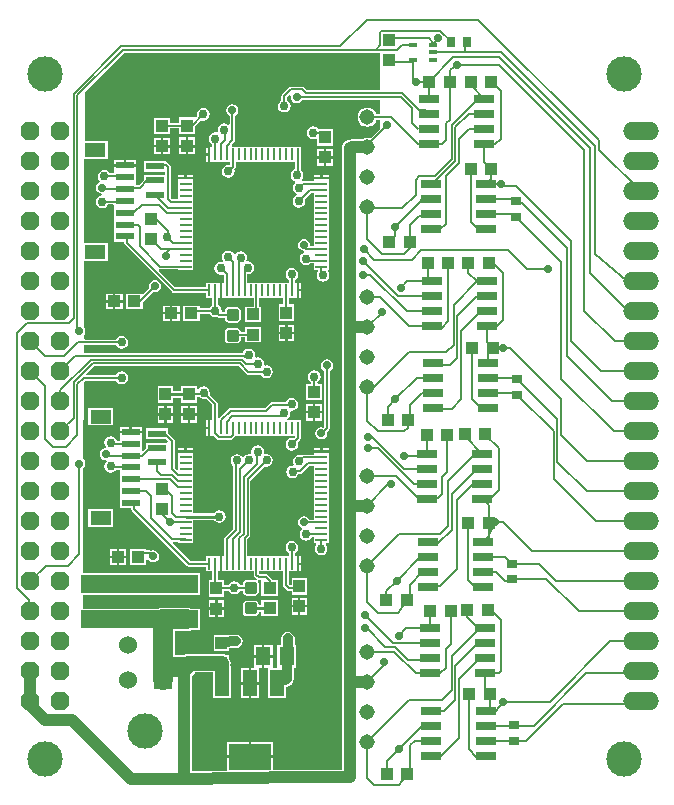
<source format=gtl>
G04*
G04 #@! TF.GenerationSoftware,Altium Limited,Altium Designer,23.7.1 (13)*
G04*
G04 Layer_Physical_Order=1*
G04 Layer_Color=255*
%FSLAX25Y25*%
%MOIN*%
G70*
G04*
G04 #@! TF.SameCoordinates,D29FC0A6-615C-4A1E-A78D-E47FA92DE2CD*
G04*
G04*
G04 #@! TF.FilePolarity,Positive*
G04*
G01*
G75*
%ADD12R,0.02756X0.03543*%
%ADD13R,0.07087X0.04724*%
%ADD14R,0.06102X0.02362*%
%ADD15R,0.07874X0.05906*%
%ADD16R,0.03937X0.04331*%
%ADD17R,0.02756X0.01575*%
%ADD18R,0.04134X0.04252*%
%ADD19R,0.07008X0.02835*%
%ADD20R,0.05118X0.06299*%
%ADD21R,0.14173X0.08661*%
%ADD22R,0.04799X0.08799*%
%ADD23R,0.03543X0.02756*%
%ADD24R,0.06299X0.02362*%
%ADD25R,0.04331X0.03937*%
G04:AMPARAMS|DCode=26|XSize=39.37mil|YSize=39.37mil|CornerRadius=5.91mil|HoleSize=0mil|Usage=FLASHONLY|Rotation=0.000|XOffset=0mil|YOffset=0mil|HoleType=Round|Shape=RoundedRectangle|*
%AMROUNDEDRECTD26*
21,1,0.03937,0.02756,0,0,0.0*
21,1,0.02756,0.03937,0,0,0.0*
1,1,0.01181,0.01378,-0.01378*
1,1,0.01181,-0.01378,-0.01378*
1,1,0.01181,-0.01378,0.01378*
1,1,0.01181,0.01378,0.01378*
%
%ADD26ROUNDEDRECTD26*%
%ADD27R,0.04331X0.03937*%
%ADD28R,0.00866X0.03937*%
%ADD29R,0.03937X0.00866*%
%ADD56C,0.00600*%
%ADD57C,0.00630*%
%ADD58C,0.04000*%
%ADD59C,0.05000*%
%ADD60C,0.06600*%
%ADD61C,0.01600*%
%ADD62C,0.00984*%
%ADD63C,0.03200*%
%ADD64C,0.11811*%
G04:AMPARAMS|DCode=65|XSize=60mil|YSize=60mil|CornerRadius=0mil|HoleSize=0mil|Usage=FLASHONLY|Rotation=90.000|XOffset=0mil|YOffset=0mil|HoleType=Round|Shape=Octagon|*
%AMOCTAGOND65*
4,1,8,0.01500,0.03000,-0.01500,0.03000,-0.03000,0.01500,-0.03000,-0.01500,-0.01500,-0.03000,0.01500,-0.03000,0.03000,-0.01500,0.03000,0.01500,0.01500,0.03000,0.0*
%
%ADD65OCTAGOND65*%

%ADD66O,0.12000X0.06000*%
%ADD67C,0.05150*%
%ADD68C,0.06024*%
%ADD69R,0.06024X0.06024*%
%ADD70C,0.02781*%
%ADD71C,0.02978*%
G36*
X125492Y236524D02*
X101173D01*
X100188Y237510D01*
X99885Y237712D01*
X99528Y237783D01*
X95748D01*
X95391Y237712D01*
X95088Y237510D01*
X92844Y235266D01*
X92642Y234963D01*
X92571Y234606D01*
Y233188D01*
X91998Y232805D01*
X91536Y232114D01*
X91374Y231299D01*
X91536Y230484D01*
X91998Y229793D01*
X92689Y229331D01*
X93504Y229169D01*
X94319Y229331D01*
X95010Y229793D01*
X95472Y230484D01*
X95634Y231299D01*
X95472Y232114D01*
X95010Y232805D01*
X94437Y233188D01*
Y234220D01*
X95235Y235018D01*
X95696Y234772D01*
X95609Y234331D01*
X95763Y233554D01*
X96203Y232896D01*
X96861Y232456D01*
X97638Y232301D01*
X98415Y232456D01*
X99073Y232896D01*
X99409Y233398D01*
X125492D01*
Y228531D01*
X124231D01*
X123954Y229199D01*
X123445Y229862D01*
X122782Y230371D01*
X122010Y230691D01*
X121181Y230800D01*
X120352Y230691D01*
X119580Y230371D01*
X118917Y229862D01*
X118408Y229199D01*
X118088Y228427D01*
X117979Y227598D01*
X118088Y226769D01*
X118408Y225997D01*
X118917Y225334D01*
X119580Y224825D01*
X120352Y224505D01*
X121181Y224396D01*
X122010Y224505D01*
X122782Y224825D01*
X123445Y225334D01*
X123954Y225997D01*
X124231Y226665D01*
X125492D01*
Y223819D01*
X122260Y220588D01*
X122010Y220691D01*
X121181Y220800D01*
X120352Y220691D01*
X119580Y220371D01*
X119383Y220220D01*
X116181D01*
X115502Y220131D01*
X114951Y219903D01*
X114597Y219856D01*
X113965Y219594D01*
X113422Y219177D01*
X113005Y218634D01*
X112743Y218002D01*
X112654Y217323D01*
Y216693D01*
X112654Y216693D01*
X112654Y216693D01*
Y158740D01*
X112654Y158740D01*
X112654Y158740D01*
Y98268D01*
X112654Y98268D01*
X112654Y98268D01*
Y40315D01*
X112654Y40315D01*
X112654Y40315D01*
Y10142D01*
X97795D01*
X97773Y10140D01*
X97751Y10142D01*
X90051Y10013D01*
X89694Y10364D01*
Y14053D01*
X82008D01*
X74322D01*
Y9749D01*
X63176Y9563D01*
X62819Y9913D01*
Y41387D01*
X62979Y41510D01*
X63604Y42324D01*
X63694Y42542D01*
X69911D01*
Y33856D01*
X75910D01*
Y43854D01*
X75910D01*
X75605Y44163D01*
X75606Y44255D01*
X75536Y44850D01*
X75540Y44860D01*
X75647Y45669D01*
X75540Y46478D01*
X75228Y47232D01*
X75089Y47414D01*
Y48436D01*
X73942D01*
X73329Y48689D01*
X72520Y48796D01*
X61575D01*
X61575Y48796D01*
X61170Y48742D01*
X60766Y48689D01*
X60012Y48377D01*
X59813Y48225D01*
X57044D01*
Y51811D01*
X56978Y52308D01*
X56966Y52408D01*
Y56263D01*
X60906D01*
X61924Y56397D01*
X62517Y56643D01*
X65443D01*
Y63749D01*
X62522D01*
X61924Y63997D01*
X60906Y64131D01*
X53032D01*
X52014Y63997D01*
X51416Y63749D01*
X26673D01*
X26320Y64103D01*
X26337Y68455D01*
X65443D01*
Y75561D01*
X26720D01*
X26367Y75915D01*
X26506Y110606D01*
X26632Y110691D01*
X27072Y111349D01*
X27226Y112126D01*
X27072Y112903D01*
X26632Y113561D01*
X26518Y113637D01*
X26620Y139317D01*
X27118Y139815D01*
X37481D01*
X37864Y139242D01*
X38555Y138780D01*
X39370Y138618D01*
X40185Y138780D01*
X40876Y139242D01*
X41338Y139933D01*
X41500Y140748D01*
X41338Y141563D01*
X40876Y142254D01*
X40185Y142716D01*
X39370Y142878D01*
X38555Y142716D01*
X37864Y142254D01*
X37481Y141681D01*
X27748D01*
X27556Y142143D01*
X29992Y144579D01*
X78354D01*
X80875Y142057D01*
X81178Y141855D01*
X81535Y141784D01*
X85709D01*
X86092Y141211D01*
X86783Y140749D01*
X87598Y140587D01*
X88413Y140749D01*
X89104Y141211D01*
X89566Y141902D01*
X89728Y142717D01*
X89566Y143532D01*
X89104Y144223D01*
X88413Y144685D01*
X87598Y144847D01*
X87160Y144760D01*
X86734Y145185D01*
X86776Y145394D01*
X86614Y146209D01*
X86152Y146900D01*
X85461Y147362D01*
X84646Y147524D01*
X84145Y147424D01*
X83723Y147845D01*
X83823Y148346D01*
X83661Y149161D01*
X83199Y149852D01*
X82508Y150314D01*
X81693Y150476D01*
X80878Y150314D01*
X80187Y149852D01*
X79725Y149161D01*
X79370Y148965D01*
X27013D01*
X26660Y149319D01*
X26670Y151626D01*
X37481D01*
X37864Y151053D01*
X38555Y150591D01*
X39370Y150429D01*
X40185Y150591D01*
X40876Y151053D01*
X41338Y151744D01*
X41500Y152559D01*
X41338Y153374D01*
X40876Y154065D01*
X40185Y154527D01*
X39370Y154689D01*
X38555Y154527D01*
X37864Y154065D01*
X37481Y153492D01*
X27031D01*
X26678Y153846D01*
X26683Y154860D01*
X27072Y155443D01*
X27226Y156220D01*
X27072Y156997D01*
X26693Y157563D01*
X26782Y179794D01*
X34617D01*
Y185718D01*
X27160D01*
X26807Y186072D01*
X26918Y213652D01*
X34617D01*
Y219576D01*
X27296D01*
X26943Y219930D01*
X27007Y236082D01*
X40071Y249146D01*
X125492D01*
Y236524D01*
D02*
G37*
%LPC*%
G36*
X66535Y230673D02*
X65720Y230511D01*
X65029Y230049D01*
X64567Y229358D01*
X64405Y228543D01*
X64539Y227867D01*
X64057Y227385D01*
X63710Y227529D01*
Y227529D01*
X58574D01*
Y225697D01*
X55286D01*
Y227489D01*
X50148D01*
Y221958D01*
X55286D01*
Y223831D01*
X58574D01*
Y221997D01*
X63710D01*
Y224399D01*
X65859Y226548D01*
X66535Y226413D01*
X67350Y226575D01*
X68041Y227037D01*
X68503Y227728D01*
X68665Y228543D01*
X68503Y229358D01*
X68041Y230049D01*
X67350Y230511D01*
X66535Y230673D01*
D02*
G37*
G36*
X76220Y231950D02*
X75443Y231796D01*
X74785Y231356D01*
X74345Y230698D01*
X74190Y229921D01*
X74345Y229144D01*
X74785Y228486D01*
X75287Y228150D01*
Y225230D01*
X74787Y225027D01*
X74240Y225393D01*
X73425Y225555D01*
X72610Y225393D01*
X71919Y224931D01*
X71457Y224240D01*
X71295Y223425D01*
X71395Y222923D01*
X70974Y222502D01*
X70472Y222602D01*
X69657Y222440D01*
X68966Y221978D01*
X68504Y221287D01*
X68342Y220472D01*
X68504Y219657D01*
X68966Y218966D01*
X69539Y218583D01*
Y217765D01*
X68904D01*
Y215197D01*
Y212629D01*
X75445D01*
Y211971D01*
X75059Y211654D01*
X74843Y211697D01*
X74028Y211535D01*
X73337Y211073D01*
X72875Y210382D01*
X72713Y209567D01*
X72875Y208752D01*
X73337Y208061D01*
X74028Y207599D01*
X74843Y207437D01*
X75658Y207599D01*
X76349Y208061D01*
X76811Y208752D01*
X76973Y209567D01*
X76838Y210243D01*
X77038Y210442D01*
X77240Y210745D01*
X77311Y211102D01*
Y212629D01*
X97099D01*
Y210306D01*
X96941Y210275D01*
X96250Y209813D01*
X95788Y209122D01*
X95626Y208307D01*
X95788Y207492D01*
X96250Y206801D01*
X96941Y206339D01*
X97144Y206299D01*
X97249Y205768D01*
X96998Y205600D01*
X96536Y204909D01*
X96374Y204094D01*
X96536Y203279D01*
X96998Y202588D01*
X97689Y202126D01*
X97737Y202117D01*
Y201607D01*
X97571Y201574D01*
X96880Y201112D01*
X96418Y200421D01*
X96256Y199606D01*
X96418Y198791D01*
X96880Y198100D01*
X97571Y197638D01*
X98386Y197476D01*
X99201Y197638D01*
X99892Y198100D01*
X100354Y198791D01*
X100516Y199606D01*
X100381Y200282D01*
X102551Y202453D01*
X103338D01*
Y200384D01*
Y196447D01*
Y192510D01*
Y188573D01*
Y184634D01*
X102461D01*
X102144Y185020D01*
X102147Y185039D01*
X101993Y185816D01*
X101553Y186474D01*
X100895Y186914D01*
X100118Y187068D01*
X99341Y186914D01*
X98683Y186474D01*
X98243Y185816D01*
X98089Y185039D01*
X98243Y184262D01*
X98683Y183604D01*
X99341Y183164D01*
X100031Y183027D01*
X100188Y182922D01*
X100139Y182413D01*
X100135Y182402D01*
X99933Y182362D01*
X99242Y181900D01*
X98780Y181209D01*
X98618Y180394D01*
X98780Y179579D01*
X99242Y178888D01*
X99933Y178426D01*
X100748Y178264D01*
X101563Y178426D01*
X102169Y178831D01*
X103338D01*
Y176762D01*
X104631D01*
X104753Y176582D01*
X104853Y176262D01*
X104449Y175658D01*
X104287Y174843D01*
X104449Y174028D01*
X104911Y173337D01*
X105602Y172875D01*
X106417Y172713D01*
X107232Y172875D01*
X107923Y173337D01*
X108385Y174028D01*
X108547Y174843D01*
X108385Y175658D01*
X107981Y176262D01*
X108137Y176762D01*
X108475D01*
Y180699D01*
Y184636D01*
Y188573D01*
Y192510D01*
Y196447D01*
Y200384D01*
Y204321D01*
Y206923D01*
X105906D01*
X103338D01*
Y206287D01*
X99764D01*
X99596Y206254D01*
X99448Y206324D01*
X99396Y206458D01*
X99346Y206926D01*
X99724Y207492D01*
X99886Y208307D01*
X99724Y209122D01*
X99262Y209813D01*
X98965Y210012D01*
Y212629D01*
X99065D01*
Y217765D01*
X76115D01*
X75924Y218227D01*
X76880Y219183D01*
X77082Y219486D01*
X77153Y219843D01*
Y228150D01*
X77655Y228486D01*
X78095Y229144D01*
X78250Y229921D01*
X78095Y230698D01*
X77655Y231356D01*
X76997Y231796D01*
X76220Y231950D01*
D02*
G37*
G36*
X63710Y220836D02*
X61542D01*
Y218471D01*
X63710D01*
Y220836D01*
D02*
G37*
G36*
X60742D02*
X58574D01*
Y218471D01*
X60742D01*
Y220836D01*
D02*
G37*
G36*
X55286Y220797D02*
X53117D01*
Y218432D01*
X55286D01*
Y220797D01*
D02*
G37*
G36*
X52317D02*
X50148D01*
Y218432D01*
X52317D01*
Y220797D01*
D02*
G37*
G36*
X103189Y224571D02*
X102374Y224409D01*
X101683Y223947D01*
X101221Y223256D01*
X101059Y222441D01*
X101221Y221626D01*
X101683Y220935D01*
X102374Y220473D01*
X103189Y220311D01*
X104004Y220473D01*
X104116Y220548D01*
X104558Y220313D01*
Y218140D01*
X109695D01*
Y223671D01*
X104880D01*
X104695Y223947D01*
X104004Y224409D01*
X103189Y224571D01*
D02*
G37*
G36*
X68104Y217765D02*
X67471D01*
Y215597D01*
X68104D01*
Y217765D01*
D02*
G37*
G36*
X63710Y217671D02*
X61542D01*
Y215305D01*
X63710D01*
Y217671D01*
D02*
G37*
G36*
X60742D02*
X58574D01*
Y215305D01*
X60742D01*
Y217671D01*
D02*
G37*
G36*
X55286Y217632D02*
X53117D01*
Y215266D01*
X55286D01*
Y217632D01*
D02*
G37*
G36*
X52317D02*
X50148D01*
Y215266D01*
X52317D01*
Y217632D01*
D02*
G37*
G36*
X109695Y216979D02*
X107526D01*
Y214613D01*
X109695D01*
Y216979D01*
D02*
G37*
G36*
X106726D02*
X104558D01*
Y214613D01*
X106726D01*
Y216979D01*
D02*
G37*
G36*
X68104Y214797D02*
X67471D01*
Y212629D01*
X68104D01*
Y214797D01*
D02*
G37*
G36*
X44065Y213277D02*
X40814D01*
Y211896D01*
X44065D01*
Y213277D01*
D02*
G37*
G36*
X40014D02*
X36763D01*
Y211896D01*
X40014D01*
Y213277D01*
D02*
G37*
G36*
X109695Y213813D02*
X107526D01*
Y211448D01*
X109695D01*
Y213813D01*
D02*
G37*
G36*
X106726D02*
X104558D01*
Y211448D01*
X106726D01*
Y213813D01*
D02*
G37*
G36*
X108475Y208356D02*
X106306D01*
Y207723D01*
X108475D01*
Y208356D01*
D02*
G37*
G36*
X63199D02*
X61030D01*
Y207723D01*
X63199D01*
Y208356D01*
D02*
G37*
G36*
X60230D02*
X58061D01*
Y207723D01*
X60230D01*
Y208356D01*
D02*
G37*
G36*
X105506D02*
X103338D01*
Y207723D01*
X105506D01*
Y208356D01*
D02*
G37*
G36*
X54182Y213001D02*
X46683D01*
Y209439D01*
X53870D01*
Y208277D01*
X46683D01*
Y206743D01*
X44968Y205027D01*
X44364D01*
X44065Y205403D01*
Y205778D01*
X44065D01*
Y209215D01*
X44065Y209340D01*
Y209715D01*
X44065Y209840D01*
Y211096D01*
X40414D01*
X36763D01*
Y209840D01*
X36763Y209715D01*
Y209340D01*
X36399Y208886D01*
X35354D01*
X34971Y209459D01*
X34280Y209921D01*
X33465Y210083D01*
X32650Y209921D01*
X31959Y209459D01*
X31497Y208768D01*
X31335Y207953D01*
X31497Y207138D01*
X31959Y206447D01*
X31972Y206438D01*
X31877Y205901D01*
X31321Y205529D01*
X30881Y204871D01*
X30727Y204094D01*
X30881Y203317D01*
X31321Y202659D01*
X31979Y202219D01*
X32756Y202064D01*
X32832Y201578D01*
X32020Y201417D01*
X31329Y200955D01*
X30867Y200264D01*
X30705Y199449D01*
X30867Y198634D01*
X31329Y197943D01*
X32020Y197481D01*
X32835Y197319D01*
X33650Y197481D01*
X34341Y197943D01*
X34724Y198516D01*
X36409D01*
X36753Y198172D01*
X36763Y198016D01*
X36763Y197904D01*
Y197529D01*
X36763Y197404D01*
Y193967D01*
X36763D01*
Y193592D01*
X36763D01*
Y190155D01*
X36763Y190030D01*
Y189655D01*
X36763Y189530D01*
Y186093D01*
X40012D01*
Y185827D01*
X40083Y185470D01*
X40285Y185167D01*
X56190Y169261D01*
X56493Y169059D01*
X56850Y168988D01*
X67471D01*
Y167352D01*
X69539D01*
Y164921D01*
X68966Y164538D01*
X68583Y163965D01*
X65285D01*
Y164813D01*
X59754D01*
Y159676D01*
X65285D01*
Y162099D01*
X68583D01*
X68966Y161526D01*
X69657Y161064D01*
X70472Y160902D01*
X71156Y161038D01*
X71274Y160960D01*
X71426Y160858D01*
X71426Y160858D01*
X71426Y160858D01*
X71597Y160824D01*
X71783Y160787D01*
X71783Y160787D01*
X71783Y160787D01*
X73747D01*
Y160343D01*
X73840Y159879D01*
X74103Y159485D01*
X74497Y159222D01*
X74961Y159129D01*
X77717D01*
X78181Y159222D01*
X78575Y159485D01*
X78838Y159879D01*
X78931Y160343D01*
Y163099D01*
X78838Y163564D01*
X78575Y163957D01*
X78181Y164220D01*
X77717Y164313D01*
X74961D01*
X74497Y164220D01*
X74103Y163957D01*
X73840Y163564D01*
X73747Y163099D01*
Y162653D01*
X72913D01*
X72602Y163032D01*
X72440Y163847D01*
X71978Y164538D01*
X71405Y164921D01*
Y167352D01*
X72041D01*
Y169921D01*
Y172490D01*
X67471D01*
Y170854D01*
X57236D01*
X51601Y176490D01*
X51889Y176909D01*
X52126Y176862D01*
X58061D01*
Y176762D01*
X63199D01*
Y180699D01*
Y184636D01*
Y188573D01*
Y192510D01*
Y196447D01*
Y200384D01*
Y204321D01*
Y206923D01*
X60630D01*
X58061D01*
Y204321D01*
Y200382D01*
X56055D01*
X55736Y200701D01*
Y211024D01*
X55665Y211381D01*
X55463Y211684D01*
X54833Y212314D01*
X54530Y212516D01*
X54182Y212585D01*
Y213001D01*
D02*
G37*
G36*
X74764Y183154D02*
X73949Y182992D01*
X73258Y182530D01*
X72796Y181839D01*
X72634Y181024D01*
X72796Y180209D01*
X73113Y179734D01*
X72813Y179284D01*
X72362Y179374D01*
X71547Y179212D01*
X70856Y178750D01*
X70394Y178059D01*
X70232Y177244D01*
X70394Y176429D01*
X70856Y175738D01*
X71547Y175276D01*
X72362Y175114D01*
X73038Y175249D01*
X73476Y174811D01*
Y172490D01*
X72841D01*
Y169921D01*
Y167352D01*
X83319D01*
Y164418D01*
X80384D01*
Y159282D01*
X85915D01*
Y164418D01*
X85185D01*
Y167352D01*
X93161D01*
Y165166D01*
X91684D01*
Y159635D01*
X96820D01*
Y165166D01*
X95027D01*
Y167352D01*
X97632D01*
Y169921D01*
Y172490D01*
X96996D01*
Y173308D01*
X97569Y173691D01*
X98031Y174382D01*
X98193Y175197D01*
X98031Y176012D01*
X97569Y176703D01*
X96878Y177165D01*
X96063Y177327D01*
X95248Y177165D01*
X94557Y176703D01*
X94095Y176012D01*
X93933Y175197D01*
X94095Y174382D01*
X94557Y173691D01*
X95130Y173308D01*
Y172490D01*
X81248D01*
Y175269D01*
X81299Y175311D01*
X82114Y175473D01*
X82805Y175935D01*
X83267Y176626D01*
X83429Y177441D01*
X83267Y178256D01*
X82805Y178947D01*
X82114Y179409D01*
X81299Y179571D01*
X81190Y179549D01*
X80913Y179965D01*
X80944Y180012D01*
X81106Y180827D01*
X80944Y181642D01*
X80482Y182333D01*
X79791Y182795D01*
X78976Y182957D01*
X78161Y182795D01*
X77470Y182333D01*
X77214Y181949D01*
X77099Y181923D01*
X76635Y181984D01*
X76270Y182530D01*
X75579Y182992D01*
X74764Y183154D01*
D02*
G37*
G36*
X99065Y172490D02*
X98432D01*
Y170321D01*
X99065D01*
Y172490D01*
D02*
G37*
G36*
X50394Y173369D02*
X49617Y173214D01*
X48959Y172774D01*
X48519Y172116D01*
X48364Y171339D01*
X48482Y170747D01*
X46729Y168992D01*
X46308Y168789D01*
Y168789D01*
X46308Y168789D01*
X40778D01*
Y163652D01*
X46308D01*
Y165933D01*
X49802Y169427D01*
X50394Y169309D01*
X51171Y169464D01*
X51829Y169904D01*
X52269Y170562D01*
X52424Y171339D01*
X52269Y172116D01*
X51829Y172774D01*
X51171Y173214D01*
X50394Y173369D01*
D02*
G37*
G36*
X99065Y169521D02*
X98432D01*
Y167352D01*
X99065D01*
Y169521D01*
D02*
G37*
G36*
X39617Y168789D02*
X37251D01*
Y166620D01*
X39617D01*
Y168789D01*
D02*
G37*
G36*
X36451D02*
X34086D01*
Y166620D01*
X36451D01*
Y168789D01*
D02*
G37*
G36*
X39617Y165820D02*
X37251D01*
Y163652D01*
X39617D01*
Y165820D01*
D02*
G37*
G36*
X36451D02*
X34086D01*
Y163652D01*
X36451D01*
Y165820D01*
D02*
G37*
G36*
X58592Y164813D02*
X56227D01*
Y162644D01*
X58592D01*
Y164813D01*
D02*
G37*
G36*
X55427D02*
X53061D01*
Y162644D01*
X55427D01*
Y164813D01*
D02*
G37*
G36*
X58592Y161844D02*
X56227D01*
Y159676D01*
X58592D01*
Y161844D01*
D02*
G37*
G36*
X55427D02*
X53061D01*
Y159676D01*
X55427D01*
Y161844D01*
D02*
G37*
G36*
X96820Y158475D02*
X94652D01*
Y156109D01*
X96820D01*
Y158475D01*
D02*
G37*
G36*
X93852D02*
X91684D01*
Y156109D01*
X93852D01*
Y158475D01*
D02*
G37*
G36*
X85915Y157727D02*
X80384D01*
Y156090D01*
X78931D01*
Y156193D01*
X78838Y156658D01*
X78575Y157051D01*
X78181Y157314D01*
X77717Y157407D01*
X74961D01*
X74497Y157314D01*
X74103Y157051D01*
X73840Y156658D01*
X73747Y156193D01*
Y153437D01*
X73840Y152972D01*
X74103Y152579D01*
X74497Y152316D01*
X74961Y152223D01*
X77717D01*
X78181Y152316D01*
X78575Y152579D01*
X78838Y152972D01*
X78931Y153437D01*
Y154224D01*
X80384D01*
Y152589D01*
X85915D01*
Y157727D01*
D02*
G37*
G36*
X96820Y155309D02*
X94652D01*
Y152944D01*
X96820D01*
Y155309D01*
D02*
G37*
G36*
X93852D02*
X91684D01*
Y152944D01*
X93852D01*
Y155309D01*
D02*
G37*
G36*
X64262Y138002D02*
X59124D01*
Y136349D01*
X56467D01*
Y138002D01*
X51329D01*
Y132471D01*
X56467D01*
Y134123D01*
X59124D01*
Y132471D01*
X64262D01*
Y134303D01*
X65135D01*
X65799Y133859D01*
X66614Y133697D01*
X67290Y133832D01*
X69539Y131583D01*
Y126584D01*
X68904D01*
Y124016D01*
Y121448D01*
X69989D01*
X71151Y120285D01*
X71454Y120083D01*
X71811Y120012D01*
X75591D01*
X75948Y120083D01*
X76251Y120285D01*
X77038Y121072D01*
X77240Y121375D01*
X77254Y121448D01*
X97099D01*
Y120938D01*
X96740Y120578D01*
X96063Y120713D01*
X95248Y120551D01*
X94557Y120089D01*
X94095Y119398D01*
X93933Y118583D01*
X94095Y117768D01*
X94557Y117077D01*
X95248Y116615D01*
X96063Y116453D01*
X96878Y116615D01*
X97569Y117077D01*
X98031Y117768D01*
X98193Y118583D01*
X98059Y119258D01*
X98691Y119891D01*
X98692Y119891D01*
X98692Y119891D01*
X98798Y120051D01*
X98894Y120194D01*
X98894Y120194D01*
X98894Y120194D01*
X98930Y120373D01*
X98965Y120551D01*
X98965Y120551D01*
X98965Y120551D01*
Y121448D01*
X99065D01*
Y126584D01*
X94525D01*
X94374Y127085D01*
X94892Y127431D01*
X95354Y128122D01*
X95516Y128937D01*
X95429Y129376D01*
X95854Y129802D01*
X96063Y129760D01*
X96878Y129922D01*
X97569Y130384D01*
X98031Y131075D01*
X98193Y131890D01*
X98031Y132705D01*
X97569Y133396D01*
X96878Y133858D01*
X96063Y134020D01*
X95248Y133858D01*
X94557Y133396D01*
X94095Y132705D01*
X94072Y132587D01*
X89449D01*
X89092Y132516D01*
X88789Y132314D01*
X87173Y130697D01*
X75591D01*
X75234Y130626D01*
X74931Y130424D01*
X71905Y127397D01*
X71417Y127568D01*
X71405Y127578D01*
Y131969D01*
X71334Y132326D01*
X71132Y132629D01*
X68609Y135151D01*
X68744Y135827D01*
X68582Y136642D01*
X68120Y137333D01*
X67429Y137795D01*
X66614Y137957D01*
X65799Y137795D01*
X65108Y137333D01*
X64762Y136815D01*
X64262Y136966D01*
Y138002D01*
D02*
G37*
G36*
X103543Y143193D02*
X102728Y143031D01*
X102037Y142569D01*
X101575Y141878D01*
X101413Y141063D01*
X101575Y140248D01*
X102037Y139557D01*
X102488Y139256D01*
X102455Y138763D01*
X101962Y138709D01*
X100818D01*
Y133178D01*
X105955D01*
Y138709D01*
X104688D01*
X104678Y138720D01*
X104529Y139209D01*
X105049Y139557D01*
X105511Y140248D01*
X105673Y141063D01*
X105511Y141878D01*
X105049Y142569D01*
X104358Y143031D01*
X103543Y143193D01*
D02*
G37*
G36*
X105955Y132018D02*
X103786D01*
Y129652D01*
X105955D01*
Y132018D01*
D02*
G37*
G36*
X102986D02*
X100818D01*
Y129652D01*
X102986D01*
Y132018D01*
D02*
G37*
G36*
X64262Y131309D02*
X62093D01*
Y128944D01*
X64262D01*
Y131309D01*
D02*
G37*
G36*
X56467D02*
X54298D01*
Y128944D01*
X56467D01*
Y131309D01*
D02*
G37*
G36*
X61293D02*
X59124D01*
Y128944D01*
X61293D01*
Y131309D01*
D02*
G37*
G36*
X53498D02*
X51329D01*
Y128944D01*
X53498D01*
Y131309D01*
D02*
G37*
G36*
X105955Y128852D02*
X103786D01*
Y126487D01*
X105955D01*
Y128852D01*
D02*
G37*
G36*
X102986D02*
X100818D01*
Y126487D01*
X102986D01*
Y128852D01*
D02*
G37*
G36*
X64262Y128144D02*
X62093D01*
Y125778D01*
X64262D01*
Y128144D01*
D02*
G37*
G36*
X61293D02*
X59124D01*
Y125778D01*
X61293D01*
Y128144D01*
D02*
G37*
G36*
X56467D02*
X54298D01*
Y125778D01*
X56467D01*
Y128144D01*
D02*
G37*
G36*
X53498D02*
X51329D01*
Y125778D01*
X53498D01*
Y128144D01*
D02*
G37*
G36*
X36507Y130757D02*
X28220D01*
Y124833D01*
X36507D01*
Y130757D01*
D02*
G37*
G36*
X68104Y126584D02*
X67471D01*
Y124416D01*
X68104D01*
Y126584D01*
D02*
G37*
G36*
X107717Y146912D02*
X106940Y146757D01*
X106282Y146317D01*
X105842Y145659D01*
X105687Y144882D01*
X105842Y144105D01*
X106282Y143447D01*
X106784Y143111D01*
Y124481D01*
X106420Y124117D01*
X105827Y124234D01*
X105050Y124080D01*
X104392Y123640D01*
X103952Y122982D01*
X103797Y122205D01*
X103952Y121428D01*
X104392Y120770D01*
X105050Y120330D01*
X105827Y120176D01*
X106604Y120330D01*
X107262Y120770D01*
X107702Y121428D01*
X107857Y122205D01*
X107739Y122797D01*
X108377Y123434D01*
X108377Y123434D01*
X108377Y123434D01*
X108477Y123585D01*
X108579Y123737D01*
X108579Y123737D01*
X108579Y123737D01*
X108614Y123912D01*
X108650Y124094D01*
X108650Y124094D01*
X108650Y124094D01*
Y143111D01*
X109152Y143447D01*
X109592Y144105D01*
X109747Y144882D01*
X109592Y145659D01*
X109152Y146317D01*
X108494Y146757D01*
X107717Y146912D01*
D02*
G37*
G36*
X45955Y124458D02*
X42704D01*
Y123077D01*
X45955D01*
Y124458D01*
D02*
G37*
G36*
X41904D02*
X38653D01*
Y123077D01*
X41904D01*
Y124458D01*
D02*
G37*
G36*
X68104Y123616D02*
X67471D01*
Y121448D01*
X68104D01*
Y123616D01*
D02*
G37*
G36*
X108475Y117175D02*
X106306D01*
Y116542D01*
X108475D01*
Y117175D01*
D02*
G37*
G36*
X63199D02*
X61030D01*
Y116542D01*
X63199D01*
Y117175D01*
D02*
G37*
G36*
X60230D02*
X58061D01*
Y116542D01*
X60230D01*
Y117175D01*
D02*
G37*
G36*
X105506D02*
X103338D01*
Y116542D01*
X105506D01*
Y117175D01*
D02*
G37*
G36*
X54813Y123867D02*
X47313D01*
Y120305D01*
X54124D01*
X54786Y119643D01*
X54579Y119143D01*
X47313D01*
Y117294D01*
X46413Y116394D01*
X45955Y116584D01*
Y116959D01*
X45955Y117084D01*
Y120396D01*
X45955Y120521D01*
Y120896D01*
X45955Y121021D01*
Y122277D01*
X42304D01*
X38653D01*
Y121021D01*
X38653Y120896D01*
Y120521D01*
X38653Y120396D01*
Y119673D01*
X37716D01*
X37677Y119870D01*
X37215Y120561D01*
X36524Y121023D01*
X35709Y121185D01*
X34894Y121023D01*
X34203Y120561D01*
X33741Y119870D01*
X33579Y119055D01*
X33741Y118240D01*
X34047Y117783D01*
X34044Y117745D01*
X33800Y117262D01*
X33239Y117151D01*
X32581Y116711D01*
X32141Y116053D01*
X31986Y115276D01*
X32141Y114499D01*
X32581Y113841D01*
X33239Y113401D01*
X34016Y113247D01*
X34193Y113282D01*
X34388Y112811D01*
X34203Y112687D01*
X33741Y111996D01*
X33579Y111181D01*
X33741Y110366D01*
X34203Y109675D01*
X34894Y109213D01*
X35709Y109051D01*
X36524Y109213D01*
X37215Y109675D01*
X37388Y109933D01*
X38653D01*
Y109210D01*
X38653Y109085D01*
Y108710D01*
X38653Y108585D01*
Y105148D01*
X38653D01*
Y104773D01*
X38653D01*
Y101211D01*
X38653D01*
Y100836D01*
X38653D01*
Y97274D01*
X42532D01*
Y97008D01*
X42603Y96651D01*
X42805Y96348D01*
X61072Y78080D01*
X61375Y77878D01*
X61732Y77807D01*
X67471D01*
Y76171D01*
X69539D01*
Y73277D01*
X68297D01*
Y67746D01*
X73435D01*
Y69776D01*
X74883D01*
X75266Y69203D01*
X75957Y68741D01*
X76772Y68579D01*
X77587Y68741D01*
X78278Y69203D01*
X78679Y69803D01*
X79810D01*
Y69358D01*
X79903Y68893D01*
X80166Y68500D01*
X80559Y68237D01*
X81024Y68144D01*
X83780D01*
X84245Y68237D01*
X84638Y68500D01*
X84901Y68893D01*
X84994Y69358D01*
Y72114D01*
X84901Y72579D01*
X84642Y72967D01*
X84647Y72992D01*
X84843Y73437D01*
X85039Y73398D01*
X85479D01*
X85896Y73198D01*
Y68060D01*
X91426D01*
Y73198D01*
X89727D01*
X89681Y73428D01*
X89479Y73731D01*
X88219Y74991D01*
X87916Y75193D01*
X87559Y75264D01*
X85425D01*
X85185Y75504D01*
Y76171D01*
X93161D01*
Y71575D01*
X93232Y71218D01*
X93434Y70915D01*
X94458Y69891D01*
X94761Y69689D01*
X95118Y69618D01*
X95935D01*
Y68493D01*
X101073D01*
Y74024D01*
X95935D01*
Y71650D01*
X95436Y71553D01*
X95027Y71961D01*
Y76171D01*
X97632D01*
Y78740D01*
Y81309D01*
X96996D01*
Y82402D01*
X97569Y82785D01*
X98031Y83476D01*
X98193Y84291D01*
X98031Y85106D01*
X97569Y85797D01*
X96878Y86259D01*
X96063Y86421D01*
X95248Y86259D01*
X94557Y85797D01*
X94095Y85106D01*
X93933Y84291D01*
X94095Y83476D01*
X94557Y82785D01*
X95130Y82402D01*
Y81309D01*
X81248D01*
Y86858D01*
X81920Y87529D01*
X82122Y87832D01*
X82193Y88189D01*
Y106464D01*
X86922Y111194D01*
X87598Y111059D01*
X88413Y111221D01*
X89104Y111683D01*
X89566Y112374D01*
X89728Y113189D01*
X89566Y114004D01*
X89104Y114695D01*
X88413Y115157D01*
X87598Y115319D01*
X87098Y115219D01*
X86676Y115641D01*
X86776Y116142D01*
X86614Y116957D01*
X86152Y117648D01*
X85461Y118110D01*
X84646Y118272D01*
X83831Y118110D01*
X83140Y117648D01*
X82678Y116957D01*
X82516Y116142D01*
X82616Y115640D01*
X82195Y115219D01*
X81693Y115319D01*
X80878Y115157D01*
X80187Y114695D01*
X80025Y114453D01*
X79424D01*
X79262Y114695D01*
X78571Y115157D01*
X77756Y115319D01*
X76941Y115157D01*
X76250Y114695D01*
X75788Y114004D01*
X75626Y113189D01*
X75788Y112374D01*
X76250Y111683D01*
X76547Y111484D01*
Y90465D01*
X73749Y87668D01*
X73547Y87365D01*
X73476Y87008D01*
Y81309D01*
X72841D01*
Y78740D01*
Y76171D01*
X83319D01*
Y75118D01*
X83390Y74761D01*
X83592Y74458D01*
X84321Y73730D01*
X84270Y73515D01*
X84095Y73265D01*
X83780Y73328D01*
X81024D01*
X80559Y73235D01*
X80166Y72972D01*
X79903Y72579D01*
X79810Y72114D01*
Y71669D01*
X78643D01*
X78278Y72215D01*
X77587Y72677D01*
X76772Y72839D01*
X75957Y72677D01*
X75266Y72215D01*
X74883Y71642D01*
X73435D01*
Y73277D01*
X71405D01*
Y76171D01*
X72041D01*
Y78740D01*
Y81309D01*
X67471D01*
Y79673D01*
X62118D01*
X56296Y85496D01*
X56503Y85996D01*
X58061D01*
Y85581D01*
X63199D01*
Y89518D01*
Y93375D01*
X70082D01*
X70344Y92982D01*
X71035Y92520D01*
X71850Y92358D01*
X72665Y92520D01*
X73356Y92982D01*
X73818Y93673D01*
X73980Y94488D01*
X73818Y95303D01*
X73356Y95994D01*
X72665Y96456D01*
X71850Y96618D01*
X71035Y96456D01*
X70344Y95994D01*
X70082Y95601D01*
X63199D01*
Y97392D01*
Y101329D01*
Y105266D01*
Y109203D01*
Y113140D01*
Y115742D01*
X60630D01*
X58061D01*
Y115109D01*
Y110211D01*
X57600Y110019D01*
X56996Y110623D01*
Y119685D01*
X56925Y120042D01*
X56723Y120345D01*
X54813Y122255D01*
Y123867D01*
D02*
G37*
G36*
X108475Y115742D02*
X105906D01*
X103338D01*
Y115106D01*
X99724D01*
X99724Y115106D01*
X99724Y115106D01*
X99546Y115070D01*
X99367Y115035D01*
X99367Y115035D01*
X99367Y115035D01*
X99221Y114937D01*
X99169Y114903D01*
X98465Y115043D01*
X97650Y114881D01*
X96959Y114419D01*
X96497Y113728D01*
X96335Y112913D01*
X96497Y112098D01*
X96632Y111897D01*
X96331Y111447D01*
X96260Y111461D01*
X95445Y111299D01*
X94754Y110837D01*
X94292Y110146D01*
X94130Y109331D01*
X94292Y108516D01*
X94754Y107825D01*
X95445Y107363D01*
X96260Y107201D01*
X97075Y107363D01*
X97766Y107825D01*
X98228Y108516D01*
X98259Y108673D01*
X98898D01*
X98898Y108673D01*
X98898Y108673D01*
X99071Y108707D01*
X99255Y108744D01*
X99255Y108744D01*
X99255Y108744D01*
X99395Y108837D01*
X99558Y108946D01*
X99558Y108946D01*
X99558Y108947D01*
X101883Y111272D01*
X103338D01*
Y109203D01*
Y105266D01*
Y101329D01*
Y97392D01*
Y93453D01*
X101941D01*
X101553Y94033D01*
X100895Y94473D01*
X100118Y94627D01*
X99341Y94473D01*
X98683Y94033D01*
X98243Y93375D01*
X98089Y92598D01*
X98243Y91821D01*
X98683Y91163D01*
X99341Y90723D01*
X99408Y90200D01*
X99242Y90089D01*
X98780Y89398D01*
X98618Y88583D01*
X98780Y87768D01*
X99242Y87077D01*
X99933Y86615D01*
X100748Y86453D01*
X101563Y86615D01*
X102254Y87077D01*
X102637Y87650D01*
X103338D01*
Y85581D01*
X104069D01*
X104223Y85081D01*
X103819Y84476D01*
X103657Y83661D01*
X103819Y82846D01*
X104281Y82155D01*
X104972Y81693D01*
X105787Y81531D01*
X106602Y81693D01*
X107293Y82155D01*
X107755Y82846D01*
X107917Y83661D01*
X107755Y84476D01*
X107351Y85081D01*
X107448Y85397D01*
X107572Y85581D01*
X108475D01*
Y87550D01*
Y91487D01*
Y95424D01*
Y99361D01*
Y103298D01*
Y107235D01*
Y111172D01*
Y115109D01*
Y115742D01*
D02*
G37*
G36*
X36507Y96899D02*
X28220D01*
Y90975D01*
X36507D01*
Y96899D01*
D02*
G37*
G36*
X40837Y83552D02*
X38471D01*
Y81384D01*
X40837D01*
Y83552D01*
D02*
G37*
G36*
X37671D02*
X35306D01*
Y81384D01*
X37671D01*
Y83552D01*
D02*
G37*
G36*
X47528D02*
X41998D01*
Y78416D01*
X47528D01*
Y80123D01*
X48028Y80274D01*
X48329Y79825D01*
X48987Y79385D01*
X49764Y79230D01*
X50541Y79385D01*
X51199Y79825D01*
X51639Y80483D01*
X51793Y81260D01*
X51639Y82037D01*
X51199Y82695D01*
X50541Y83135D01*
X49764Y83289D01*
X48989Y83135D01*
X48780Y83177D01*
X47528D01*
Y83552D01*
D02*
G37*
G36*
X99065Y81309D02*
X98432D01*
Y79140D01*
X99065D01*
Y81309D01*
D02*
G37*
G36*
X40837Y80584D02*
X38471D01*
Y78416D01*
X40837D01*
Y80584D01*
D02*
G37*
G36*
X37671D02*
X35306D01*
Y78416D01*
X37671D01*
Y80584D01*
D02*
G37*
G36*
X99065Y78340D02*
X98432D01*
Y76171D01*
X99065D01*
Y78340D01*
D02*
G37*
G36*
X101073Y67333D02*
X98904D01*
Y64967D01*
X101073D01*
Y67333D01*
D02*
G37*
G36*
X98104D02*
X95935D01*
Y64967D01*
X98104D01*
Y67333D01*
D02*
G37*
G36*
X91426Y66505D02*
X85896D01*
Y64944D01*
X84994D01*
Y65208D01*
X84901Y65672D01*
X84638Y66066D01*
X84245Y66329D01*
X83780Y66422D01*
X81024D01*
X80559Y66329D01*
X80166Y66066D01*
X79903Y65672D01*
X79810Y65208D01*
Y62452D01*
X79903Y61988D01*
X80166Y61594D01*
X80559Y61331D01*
X81024Y61238D01*
X83780D01*
X84245Y61331D01*
X84638Y61594D01*
X84901Y61988D01*
X84994Y62452D01*
Y62718D01*
X85896D01*
Y61369D01*
X91426D01*
Y66505D01*
D02*
G37*
G36*
X73435Y66584D02*
X71266D01*
Y64219D01*
X73435D01*
Y66584D01*
D02*
G37*
G36*
X70466D02*
X68297D01*
Y64219D01*
X70466D01*
Y66584D01*
D02*
G37*
G36*
X101073Y64167D02*
X98904D01*
Y61801D01*
X101073D01*
Y64167D01*
D02*
G37*
G36*
X98104D02*
X95935D01*
Y61801D01*
X98104D01*
Y64167D01*
D02*
G37*
G36*
X73435Y63419D02*
X71266D01*
Y61054D01*
X73435D01*
Y63419D01*
D02*
G37*
G36*
X70466D02*
X68297D01*
Y61054D01*
X70466D01*
Y63419D01*
D02*
G37*
G36*
X75089Y55128D02*
Y55128D01*
X69951D01*
Y49597D01*
X75089D01*
Y50571D01*
X77382Y50592D01*
X78239Y50770D01*
X78962Y51263D01*
X79442Y51995D01*
X79605Y52855D01*
X79426Y53712D01*
X78934Y54435D01*
X78202Y54915D01*
X77342Y55078D01*
X75158Y55058D01*
X75089Y55128D01*
D02*
G37*
G36*
X89655Y51585D02*
X86896D01*
Y48235D01*
X89655D01*
Y51585D01*
D02*
G37*
G36*
X86096D02*
X83337D01*
Y48235D01*
X86096D01*
Y51585D01*
D02*
G37*
G36*
X94643Y56101D02*
X93788Y55914D01*
X93069Y55414D01*
X92597Y54677D01*
X92442Y53816D01*
X92477Y51941D01*
X92127Y51585D01*
X91211D01*
Y44085D01*
X90807Y43854D01*
X90059D01*
X89655Y44085D01*
X89655Y44355D01*
Y47435D01*
X86896D01*
Y44085D01*
X87702D01*
X88107Y43854D01*
X88107Y43586D01*
Y33856D01*
X94105D01*
Y37683D01*
X95240Y38161D01*
X95597Y38402D01*
X95956Y38642D01*
X95960Y38647D01*
X95965Y38651D01*
X96202Y39011D01*
X96442Y39370D01*
X96444Y39376D01*
X96447Y39382D01*
X96529Y39805D01*
X96613Y40228D01*
Y44085D01*
X97529D01*
Y51585D01*
X96971D01*
X96928Y53900D01*
X96741Y54755D01*
X96241Y55474D01*
X95504Y55946D01*
X94643Y56101D01*
D02*
G37*
G36*
X86096Y47435D02*
X83337D01*
Y44355D01*
X83337Y44085D01*
X82933Y43854D01*
X82408D01*
Y39255D01*
X85008D01*
Y43586D01*
X85008Y43854D01*
X85412Y44085D01*
X86096D01*
Y47435D01*
D02*
G37*
G36*
X81608Y43854D02*
X79009D01*
Y39255D01*
X81608D01*
Y43854D01*
D02*
G37*
G36*
X85008Y38455D02*
X82408D01*
Y33856D01*
X85008D01*
Y38455D01*
D02*
G37*
G36*
X81608D02*
X79009D01*
Y33856D01*
X81608D01*
Y38455D01*
D02*
G37*
G36*
X89694Y19384D02*
X82408D01*
Y14853D01*
X89694D01*
Y19384D01*
D02*
G37*
G36*
X81608D02*
X74322D01*
Y14853D01*
X81608D01*
Y19384D01*
D02*
G37*
%LPD*%
D12*
X149252Y252598D02*
D03*
X154370D02*
D03*
D13*
X30473Y182756D02*
D03*
Y216614D02*
D03*
X32363Y93937D02*
D03*
Y127795D02*
D03*
D14*
X40414Y211496D02*
D03*
Y207559D02*
D03*
Y203622D02*
D03*
Y199685D02*
D03*
Y195748D02*
D03*
Y191811D02*
D03*
Y187874D02*
D03*
X42304Y122677D02*
D03*
Y118740D02*
D03*
Y114803D02*
D03*
Y110866D02*
D03*
Y106929D02*
D03*
Y102992D02*
D03*
Y99055D02*
D03*
D15*
X29724Y72008D02*
D03*
Y60196D02*
D03*
X37598Y72008D02*
D03*
Y60196D02*
D03*
X45472Y72008D02*
D03*
Y60196D02*
D03*
X60906Y72008D02*
D03*
Y60196D02*
D03*
X53032Y72008D02*
D03*
Y60196D02*
D03*
D16*
X128386Y253346D02*
D03*
Y246654D02*
D03*
X72520Y52362D02*
D03*
Y45670D02*
D03*
X49055Y193700D02*
D03*
Y187008D02*
D03*
X107126Y220905D02*
D03*
Y214213D02*
D03*
X61142Y224763D02*
D03*
Y218071D02*
D03*
X52717Y224724D02*
D03*
Y218032D02*
D03*
X94252Y162401D02*
D03*
Y155709D02*
D03*
X52677Y103622D02*
D03*
Y96930D02*
D03*
X70866Y70511D02*
D03*
Y63819D02*
D03*
X103386Y135944D02*
D03*
Y129252D02*
D03*
X61693Y135236D02*
D03*
Y128544D02*
D03*
X53898Y135236D02*
D03*
Y128544D02*
D03*
X98504Y71259D02*
D03*
Y64567D02*
D03*
D17*
X136418Y246654D02*
D03*
Y251772D02*
D03*
X143110D02*
D03*
Y249213D02*
D03*
Y246654D02*
D03*
D18*
X161280Y63189D02*
D03*
X154390D02*
D03*
X160532Y122047D02*
D03*
X153642D02*
D03*
X162539Y239213D02*
D03*
X155649D02*
D03*
X161673Y179094D02*
D03*
X154783D02*
D03*
X161595Y92165D02*
D03*
X154705D02*
D03*
X163130Y150787D02*
D03*
X156240D02*
D03*
X162500Y210197D02*
D03*
X155610D02*
D03*
X161949Y35433D02*
D03*
X155059D02*
D03*
X128563Y186142D02*
D03*
X135453D02*
D03*
X148602Y239409D02*
D03*
X141712D02*
D03*
X127933Y126654D02*
D03*
X134823D02*
D03*
X148169Y178937D02*
D03*
X141279D02*
D03*
X127500Y66535D02*
D03*
X134390D02*
D03*
X147854Y121614D02*
D03*
X140964D02*
D03*
X127618Y8583D02*
D03*
X134508D02*
D03*
X149036Y63032D02*
D03*
X142146D02*
D03*
D19*
X160197Y218720D02*
D03*
Y223720D02*
D03*
Y233720D02*
D03*
X141693Y218720D02*
D03*
Y223720D02*
D03*
Y233720D02*
D03*
X160197Y228720D02*
D03*
X141693D02*
D03*
X159567Y100413D02*
D03*
Y105413D02*
D03*
Y115413D02*
D03*
X141063Y100413D02*
D03*
Y105413D02*
D03*
Y115413D02*
D03*
X159567Y110413D02*
D03*
X141063D02*
D03*
X161181Y157854D02*
D03*
Y162854D02*
D03*
Y172854D02*
D03*
X142677Y157854D02*
D03*
Y162854D02*
D03*
Y172854D02*
D03*
X161181Y167854D02*
D03*
X142677D02*
D03*
X160551Y42343D02*
D03*
Y47343D02*
D03*
Y57343D02*
D03*
X142047Y42343D02*
D03*
Y47343D02*
D03*
Y57343D02*
D03*
X160551Y52343D02*
D03*
X142047D02*
D03*
X160866Y190177D02*
D03*
Y195177D02*
D03*
Y205177D02*
D03*
X142362Y190177D02*
D03*
Y195177D02*
D03*
Y205177D02*
D03*
X160866Y200177D02*
D03*
X142362D02*
D03*
X161496Y130768D02*
D03*
Y135768D02*
D03*
Y145768D02*
D03*
X142992Y130768D02*
D03*
Y135768D02*
D03*
Y145768D02*
D03*
X161496Y140768D02*
D03*
X142992D02*
D03*
X159882Y70886D02*
D03*
Y75886D02*
D03*
Y85886D02*
D03*
X141378Y70886D02*
D03*
Y75886D02*
D03*
Y85886D02*
D03*
X159882Y80886D02*
D03*
X141378D02*
D03*
X160787Y14783D02*
D03*
Y19783D02*
D03*
Y29783D02*
D03*
X142283Y14783D02*
D03*
Y19783D02*
D03*
Y29783D02*
D03*
X160787Y24783D02*
D03*
X142283D02*
D03*
D20*
X94370Y47835D02*
D03*
X86496D02*
D03*
D21*
X82008Y14453D02*
D03*
D22*
X72910Y38855D02*
D03*
X82008D02*
D03*
X91106D02*
D03*
D23*
X170591Y199606D02*
D03*
Y194488D02*
D03*
X171220Y140197D02*
D03*
Y135079D02*
D03*
X169331Y78701D02*
D03*
Y73583D02*
D03*
X170236Y24921D02*
D03*
Y19803D02*
D03*
D24*
X50433Y201772D02*
D03*
Y206496D02*
D03*
Y211220D02*
D03*
X51063Y112638D02*
D03*
Y117362D02*
D03*
Y122086D02*
D03*
D25*
X83150Y161850D02*
D03*
Y155158D02*
D03*
X88661Y70629D02*
D03*
Y63937D02*
D03*
D26*
X76339Y154815D02*
D03*
Y161721D02*
D03*
X82402Y63830D02*
D03*
Y70736D02*
D03*
D27*
X62519Y162244D02*
D03*
X55827D02*
D03*
X43543Y166220D02*
D03*
X36851D02*
D03*
X44763Y80984D02*
D03*
X38071D02*
D03*
D28*
X80315Y215197D02*
D03*
X76378D02*
D03*
X72441D02*
D03*
X68504D02*
D03*
X70473D02*
D03*
X74410D02*
D03*
X78347D02*
D03*
X98032D02*
D03*
X94095D02*
D03*
X90158D02*
D03*
X86221D02*
D03*
X96063D02*
D03*
X92126D02*
D03*
X88189D02*
D03*
X82284D02*
D03*
X84252D02*
D03*
X86221Y169921D02*
D03*
X90158D02*
D03*
X94095D02*
D03*
X98032D02*
D03*
X96063D02*
D03*
X92126D02*
D03*
X88189D02*
D03*
X68504D02*
D03*
X72441D02*
D03*
X76378D02*
D03*
X80315D02*
D03*
X70473D02*
D03*
X74410D02*
D03*
X78347D02*
D03*
X84252D02*
D03*
X82284D02*
D03*
X80315Y124016D02*
D03*
X76378D02*
D03*
X72441D02*
D03*
X68504D02*
D03*
X70473D02*
D03*
X74410D02*
D03*
X78347D02*
D03*
X98032D02*
D03*
X94095D02*
D03*
X90158D02*
D03*
X86221D02*
D03*
X96063D02*
D03*
X92126D02*
D03*
X88189D02*
D03*
X82284D02*
D03*
X84252D02*
D03*
X86221Y78740D02*
D03*
X90158D02*
D03*
X94095D02*
D03*
X98032D02*
D03*
X96063D02*
D03*
X92126D02*
D03*
X88189D02*
D03*
X68504D02*
D03*
X72441D02*
D03*
X76378D02*
D03*
X80315D02*
D03*
X70473D02*
D03*
X74410D02*
D03*
X78347D02*
D03*
X84252D02*
D03*
X82284D02*
D03*
D29*
X105906Y195512D02*
D03*
Y199449D02*
D03*
Y203386D02*
D03*
Y207323D02*
D03*
Y205354D02*
D03*
Y201417D02*
D03*
Y197480D02*
D03*
Y177795D02*
D03*
Y181732D02*
D03*
Y185669D02*
D03*
Y189606D02*
D03*
Y179764D02*
D03*
Y183701D02*
D03*
Y187638D02*
D03*
Y193543D02*
D03*
Y191575D02*
D03*
X60630Y189606D02*
D03*
Y185669D02*
D03*
Y181732D02*
D03*
Y177795D02*
D03*
Y179764D02*
D03*
Y183701D02*
D03*
Y187638D02*
D03*
Y207323D02*
D03*
Y203386D02*
D03*
Y199449D02*
D03*
Y195512D02*
D03*
Y205354D02*
D03*
Y201417D02*
D03*
Y197480D02*
D03*
Y191575D02*
D03*
Y193543D02*
D03*
X105906Y104331D02*
D03*
Y108268D02*
D03*
Y112205D02*
D03*
Y116142D02*
D03*
Y114173D02*
D03*
Y110236D02*
D03*
Y106299D02*
D03*
Y86614D02*
D03*
Y90551D02*
D03*
Y94488D02*
D03*
Y98425D02*
D03*
Y88583D02*
D03*
Y92520D02*
D03*
Y96457D02*
D03*
Y102362D02*
D03*
Y100394D02*
D03*
X60630Y98425D02*
D03*
Y94488D02*
D03*
Y90551D02*
D03*
Y86614D02*
D03*
Y88583D02*
D03*
Y92520D02*
D03*
Y96457D02*
D03*
Y116142D02*
D03*
Y112205D02*
D03*
Y108268D02*
D03*
Y104331D02*
D03*
Y114173D02*
D03*
Y110236D02*
D03*
Y106299D02*
D03*
Y100394D02*
D03*
Y102362D02*
D03*
D56*
X4409Y70551D02*
Y155591D01*
Y70551D02*
X8459Y66501D01*
Y63274D02*
X8780Y62953D01*
X8459Y63274D02*
Y66501D01*
X7872Y159053D02*
X21730D01*
X23352Y160675D02*
Y235464D01*
X21730Y159053D02*
X23352Y160675D01*
X4409Y155591D02*
X7872Y159053D01*
X158110Y260157D02*
X198380Y219887D01*
X120945Y260157D02*
X158110D01*
X198380Y216777D02*
Y219887D01*
X153701Y249213D02*
X153780Y249291D01*
Y252598D01*
X145568Y256412D02*
X149381Y252598D01*
X149843D01*
X126045Y256412D02*
X145568D01*
X124094Y250079D02*
X125517Y251502D01*
Y255885D01*
X126045Y256412D01*
X198380Y216777D02*
X212283Y202874D01*
X23352Y235464D02*
X39182Y251294D01*
X112081D02*
X120945Y260157D01*
X39182Y251294D02*
X112081D01*
D57*
X197165Y182047D02*
X207598Y172874D01*
X197165Y182047D02*
Y217953D01*
X165906Y249213D02*
X197165Y217953D01*
X153701Y249213D02*
X165906D01*
X143110D02*
X153701D01*
X207598Y172874D02*
X212283D01*
X119921Y183701D02*
X123465Y180157D01*
X136063D01*
X139213Y183307D01*
X168189D01*
X174488Y177008D01*
X181417D01*
X105827Y122205D02*
X107717Y124094D01*
Y144882D01*
X100118Y92598D02*
X100197Y92520D01*
X105906D01*
X100669Y183701D02*
X105906D01*
X142992Y130768D02*
X143366Y130394D01*
X149291D01*
X152441Y133543D01*
Y156220D01*
X159075Y162854D01*
X161181D01*
X142992Y145768D02*
X143878Y144882D01*
X148661D01*
X151181Y147402D01*
Y161260D01*
X157776Y167854D01*
X161181D01*
X147402Y149291D02*
X149921Y151811D01*
Y165039D01*
X154783Y175807D02*
X157736Y172854D01*
X154783Y175807D02*
Y179094D01*
X121181Y135433D02*
X135039Y149291D01*
X147402D01*
X149921Y165039D02*
X157736Y172854D01*
X161181D01*
X134823Y126654D02*
X135433Y127264D01*
Y131654D01*
X139547Y135768D01*
X142992D01*
X134803Y126634D02*
X134823Y126654D01*
X134803Y124094D02*
Y126634D01*
X133543Y122835D02*
X134803Y124094D01*
X124724Y122835D02*
X133543D01*
X121181Y126378D02*
X124724Y122835D01*
X121181Y126378D02*
Y135433D01*
Y137559D01*
X161240Y131024D02*
X161496Y130768D01*
X158740Y131024D02*
X161240D01*
X156240Y133524D02*
X158740Y131024D01*
X156240Y133524D02*
Y150787D01*
X141378Y70886D02*
X141673Y71181D01*
X145512D01*
X151181Y76850D01*
Y100157D01*
X156437Y105413D01*
X159567D01*
X141378Y85886D02*
X141594Y85669D01*
X144882D01*
X149291Y90079D01*
Y102047D01*
X157657Y110413D01*
X159567D01*
X121181Y78150D02*
X131850Y88819D01*
X145512D01*
X148032Y91339D01*
Y106457D01*
X156988Y115413D01*
X159567D01*
X153642Y121339D02*
X159567Y115413D01*
X153642Y121339D02*
Y122047D01*
X134390Y66535D02*
X135433Y66752D01*
Y71811D01*
X139508Y75886D01*
X141378D01*
X131476Y62362D02*
X134390Y66535D01*
X124724Y62362D02*
X131476D01*
X121181Y65906D02*
X124724Y62362D01*
X121181Y65906D02*
Y78150D01*
X159587Y71181D02*
X159882Y70886D01*
X156850Y71181D02*
X159587D01*
X154705Y73327D02*
X156850Y71181D01*
X154705Y73327D02*
Y92165D01*
X160807Y190236D02*
X160866Y190177D01*
X158110Y190236D02*
X160807D01*
X155610Y192736D02*
X158110Y190236D01*
X155610Y192736D02*
Y210197D01*
X160098Y223622D02*
X160197Y223720D01*
X154961Y223622D02*
X160098D01*
X151811Y220472D02*
X154961Y223622D01*
X151811Y212283D02*
Y220472D01*
X147402Y207874D02*
X151811Y212283D01*
X147402Y192126D02*
Y207874D01*
X145453Y190177D02*
X147402Y192126D01*
X142362Y190177D02*
X145453D01*
X160138Y228661D02*
X160197Y228720D01*
X154961Y228661D02*
X160138D01*
X150551Y224252D02*
X154961Y228661D01*
X150551Y212913D02*
Y224252D01*
X142815Y205177D02*
X150551Y212913D01*
X142362Y205177D02*
X142815D01*
X121181Y197598D02*
X121614Y197165D01*
X132913D01*
X135433Y186122D02*
X135453Y186142D01*
X135433Y183937D02*
Y186122D01*
X133543Y182047D02*
X135433Y183937D01*
X125984Y182047D02*
X133543D01*
X121181Y186850D02*
X125984Y182047D01*
X121181Y186850D02*
Y197598D01*
X132913Y197165D02*
X137323Y201575D01*
Y206614D01*
X141831Y194646D02*
X142362Y195177D01*
X138583Y194646D02*
X141831D01*
X135453Y191516D02*
X138583Y194646D01*
X135453Y186142D02*
Y191516D01*
X137323Y206614D02*
X138583Y207874D01*
X143622D01*
X149291Y213543D01*
Y224882D01*
X158130Y233720D01*
X160197D01*
X155650Y238268D02*
X160197Y233720D01*
X155650Y238268D02*
Y239213D01*
X121181Y19449D02*
X135118Y33386D01*
X146142D01*
X149291Y36535D01*
Y47874D01*
X158760Y57343D01*
X160551D01*
X134508Y8583D02*
X135433Y9508D01*
Y18268D01*
X136949Y19783D01*
X142283D01*
X131594Y5039D02*
X134508Y8583D01*
X123465Y5039D02*
X131594D01*
X121181Y7323D02*
X123465Y5039D01*
X121181Y7323D02*
Y19449D01*
X160532Y57323D02*
X160551Y57343D01*
X158110Y57323D02*
X160532D01*
X154390Y61043D02*
X158110Y57323D01*
X154390Y61043D02*
Y63189D01*
X160492Y14488D02*
X160787Y14783D01*
X157480Y14488D02*
X160492D01*
X155059Y16909D02*
X157480Y14488D01*
X155059Y16909D02*
Y35433D01*
X142283Y14783D02*
X142579Y14488D01*
X145512D01*
X151811Y20787D01*
Y40315D01*
X158839Y47343D01*
X160551D01*
X142283Y29783D02*
X142461Y29606D01*
X146772D01*
X150551Y33386D01*
Y44724D01*
X158169Y52343D01*
X160551D01*
X24567Y234961D02*
X39685Y250079D01*
X124094D01*
X131024D01*
X132717Y251772D01*
X136417D01*
X8780Y72953D02*
X13937Y78110D01*
X21417D01*
X25197Y81890D01*
Y112126D01*
X24567Y156850D02*
X25197Y156220D01*
X24567Y156850D02*
Y234961D01*
X136417Y251614D02*
Y251772D01*
X72362Y177244D02*
X74409Y175197D01*
Y169921D02*
Y175197D01*
X8780Y152953D02*
X13701Y148032D01*
X20157D01*
X24685Y152559D01*
X39370D01*
X51063Y122087D02*
X51181Y122205D01*
X53543D01*
X56063Y119685D01*
Y110236D02*
Y119685D01*
Y110236D02*
X58032Y108268D01*
X60630D01*
X88661Y70630D02*
X88819Y70787D01*
Y73071D01*
X87559Y74331D02*
X88819Y73071D01*
X85039Y74331D02*
X87559D01*
X84252Y75118D02*
X85039Y74331D01*
X84252Y75118D02*
Y78740D01*
X42303Y106929D02*
X42461Y107087D01*
X55433D01*
X58189Y104331D01*
X60630D01*
X96260Y109331D02*
X96535Y109606D01*
X98898D01*
X101496Y112205D01*
X105906D01*
X35709Y111181D02*
X36024Y110866D01*
X42303D01*
X96063Y118583D02*
X98032Y120551D01*
Y124016D01*
X35709Y119055D02*
X36024Y118740D01*
X42303D01*
X40413Y195748D02*
X40571Y195906D01*
X43465D01*
X45984Y198425D01*
X51654D01*
X54567Y195512D01*
X60630D01*
X98386Y199606D02*
X102165Y203386D01*
X105906D01*
X40413Y199685D02*
X42205D01*
X41969Y199449D02*
X42205Y199685D01*
X32835Y199449D02*
X41969D01*
X97756Y208307D02*
X98032Y208583D01*
Y215197D01*
X40020Y207953D02*
X40413Y207559D01*
X33465Y207953D02*
X40020D01*
X42303Y99055D02*
X43465Y97894D01*
Y97008D02*
Y97894D01*
Y97008D02*
X61732Y78740D01*
X68504D01*
X60315Y86929D02*
X60630Y86614D01*
X56063Y86929D02*
X60315D01*
X49134Y93858D02*
X56063Y86929D01*
X49134Y93858D02*
Y101417D01*
X47559Y102992D02*
X49134Y101417D01*
X42303Y102992D02*
X47559D01*
X83150Y161850D02*
X84252Y162953D01*
Y169921D01*
X40413Y187874D02*
X40945Y187343D01*
Y185827D02*
Y187343D01*
Y185827D02*
X56850Y169921D01*
X68504D01*
X40413Y187874D02*
X40886Y188346D01*
X40413Y191811D02*
X40728Y191496D01*
X44724D01*
X45354Y190866D01*
Y184567D02*
Y190866D01*
Y184567D02*
X52126Y177795D01*
X60630D01*
X40413Y191811D02*
X41358Y190866D01*
X120315Y61732D02*
X129705Y52343D01*
X142047D01*
X100748Y88583D02*
X105906D01*
X141319Y46614D02*
X142047Y47343D01*
X134803Y46614D02*
X141319D01*
X130394Y51024D02*
X134803Y46614D01*
X127244Y51024D02*
X130394D01*
X120945Y57323D02*
X127244Y51024D01*
X120315Y57323D02*
X120945D01*
X105787Y83661D02*
X105906Y83780D01*
Y86614D01*
X121575Y120945D02*
X122835D01*
X133366Y110413D01*
X141063D01*
X95827Y131654D02*
X96063Y131890D01*
X89449Y131654D02*
X95827D01*
X87559Y129764D02*
X89449Y131654D01*
X75591Y129764D02*
X87559D01*
X72441Y126614D02*
X75591Y129764D01*
X72441Y124016D02*
Y126614D01*
X140846Y105197D02*
X141063Y105413D01*
X136693Y105197D02*
X140846D01*
X124724Y117165D02*
X136693Y105197D01*
X121575Y117165D02*
X124724D01*
X92323Y127874D02*
X93386Y128937D01*
X76220Y127874D02*
X92323D01*
X74409Y126063D02*
X76220Y127874D01*
X74409Y124016D02*
Y126063D01*
X119685Y179528D02*
X131358Y167854D01*
X142677D01*
X100118Y179764D02*
X100748Y180394D01*
X100118Y179764D02*
X105906D01*
X119685Y175118D02*
X122205D01*
X134469Y162854D01*
X142677D01*
X105906Y175354D02*
X106417Y174843D01*
X105906Y175354D02*
Y177795D01*
X140492Y229921D02*
X141693Y228720D01*
X138583Y229921D02*
X140492D01*
X132913Y235591D02*
X138583Y229921D01*
X100787Y235591D02*
X132913D01*
X99528Y236850D02*
X100787Y235591D01*
X95748Y236850D02*
X99528D01*
X93504Y234606D02*
X95748Y236850D01*
X93504Y231299D02*
Y234606D01*
X73425Y223425D02*
X73701Y223150D01*
Y219843D02*
Y223150D01*
X72441Y218583D02*
X73701Y219843D01*
X72441Y215197D02*
Y218583D01*
X136063Y225512D02*
X137953Y223622D01*
X136063Y225512D02*
Y230551D01*
X132283Y234331D02*
X136063Y230551D01*
X97638Y234331D02*
X132283D01*
X76220Y219843D02*
Y229921D01*
X74409Y218032D02*
X76220Y219843D01*
X74409Y215197D02*
Y218032D01*
X165669Y205354D02*
X166299Y204724D01*
X170709D01*
X188976Y186457D01*
Y153071D02*
Y186457D01*
Y153071D02*
X199173Y142874D01*
X212283D01*
X128563Y186142D02*
X130394Y187972D01*
Y190866D01*
X139075Y199547D01*
Y200177D01*
X165492Y205177D02*
X165669Y205354D01*
X160866Y205177D02*
X165492D01*
X160866D02*
X162520Y206831D01*
Y210394D01*
X162500Y210374D02*
X162520Y210394D01*
X162500Y210197D02*
Y210374D01*
X160197Y212500D02*
X162500Y210197D01*
X160197Y212500D02*
Y218720D01*
X160335Y218583D01*
X163780D01*
X165669Y220472D01*
Y236220D01*
X162677Y239213D02*
X165669Y236220D01*
X162539Y239213D02*
X162677D01*
X128504Y186201D02*
X128563Y186142D01*
X139075Y200177D02*
X142362D01*
X166299Y150551D02*
X168819D01*
X185827Y133543D01*
Y121575D02*
Y133543D01*
Y121575D02*
X194528Y112874D01*
X212283D01*
X161181Y157854D02*
X161555Y157480D01*
X163780D01*
X166299Y160000D01*
Y175748D01*
X162953Y179094D02*
X166299Y175748D01*
X161673Y179094D02*
X162953D01*
X161516Y150177D02*
X166299Y150551D01*
X161496Y145768D02*
X161516Y150177D01*
X161496Y149154D02*
X163130Y150787D01*
X161496Y145768D02*
Y149154D01*
X127933Y131083D02*
X130394Y133543D01*
X127933Y126654D02*
Y131083D01*
X130394Y133543D02*
X137618Y140768D01*
X142992D01*
X161181Y152736D02*
X163130Y150787D01*
X161181Y152736D02*
Y157854D01*
X163780Y92598D02*
X166299D01*
X176024Y82874D01*
X212283D01*
X159567Y100413D02*
X159823Y100157D01*
X161890D01*
X165039Y103307D01*
Y117165D01*
X160532Y121673D02*
X165039Y117165D01*
X160532Y121673D02*
Y122047D01*
X127500Y69547D02*
X131024Y73071D01*
X127500Y66535D02*
Y69547D01*
X131024Y73071D02*
X138839Y80886D01*
X141378D01*
X161476Y87776D02*
X163780Y92598D01*
X159882Y85886D02*
X161476Y87776D01*
X159567Y100413D02*
X161594Y98386D01*
Y92165D02*
Y98386D01*
X159882Y85886D02*
X161594Y87598D01*
Y92165D01*
X166299Y32756D02*
X182047D01*
X202165Y52874D01*
X212283D01*
X127618Y12972D02*
X131654Y17008D01*
X127618Y8583D02*
Y12972D01*
X131654Y17008D02*
X139429Y24783D01*
X142283D01*
X163957Y29783D02*
X166299Y32756D01*
X160787Y29783D02*
X163957D01*
X160787D02*
X161949Y30945D01*
Y35433D01*
X160551Y36831D02*
X161949Y35433D01*
X160551Y36831D02*
Y42343D01*
X160689Y42205D01*
X165039D01*
X165669Y42835D01*
Y59843D01*
X162323Y63189D02*
X165669Y59843D01*
X161280Y63189D02*
X162323D01*
X141713Y239409D02*
X149862Y247559D01*
X165039D01*
X195276Y217323D01*
Y175748D02*
Y217323D01*
Y175748D02*
X208150Y162874D01*
X212283D01*
X136417Y240276D02*
Y246654D01*
X128386D02*
X129173Y245866D01*
X135630D01*
X121181Y39449D02*
X126614Y44882D01*
Y45984D01*
X131654Y54803D02*
X134193Y57343D01*
X142047D01*
X142146Y57441D01*
Y63032D01*
X121181Y98150D02*
X128228Y105197D01*
X129134D01*
X140295Y114646D02*
X141063Y115413D01*
X133543Y114646D02*
X140295D01*
X121181Y98150D02*
X121457D01*
X140965Y115512D02*
X141063Y115413D01*
X140965Y115512D02*
Y121614D01*
X121181Y157559D02*
X126614Y162992D01*
X125984Y162520D02*
X126614Y162992D01*
X132283Y170709D02*
X134429Y172854D01*
X142677D01*
X141280Y174252D02*
X142677Y172854D01*
X141280Y174252D02*
Y178937D01*
X136417Y240276D02*
X137323Y239370D01*
X141673D02*
X141713Y239409D01*
X137323Y239370D02*
X141673D01*
X121181Y218189D02*
X127874Y224882D01*
X121181Y217598D02*
Y218189D01*
X141693Y233720D02*
X141713Y233740D01*
Y239409D01*
X56968Y60197D02*
X58583Y58583D01*
X53032Y60197D02*
X56968D01*
X170591Y194488D02*
X185827Y179252D01*
Y140472D02*
Y179252D01*
Y140472D02*
X203425Y122874D01*
X212283D01*
X169902Y195177D02*
X170591Y194488D01*
X160866Y195177D02*
X169902D01*
X170591Y199606D02*
X171142Y199055D01*
X172598D01*
X187717Y183937D01*
Y148032D02*
Y183937D01*
Y148032D02*
X202874Y132874D01*
X212283D01*
X170020Y200177D02*
X170591Y199606D01*
X160866Y200177D02*
X170020D01*
X171220Y135079D02*
X183307Y122992D01*
Y107087D02*
Y122992D01*
Y107087D02*
X197520Y92874D01*
X212283D01*
X170532Y135768D02*
X171220Y135079D01*
X161496Y135768D02*
X170532D01*
X171220Y140197D02*
X184567Y126850D01*
Y112756D02*
Y126850D01*
Y112756D02*
X194449Y102874D01*
X212283D01*
X170650Y140768D02*
X171220Y140197D01*
X161496Y140768D02*
X170650D01*
X168819Y73071D02*
X169331Y73583D01*
X166929Y73071D02*
X168819D01*
X164114Y75886D02*
X166929Y73071D01*
X159882Y75886D02*
X164114D01*
X169331Y73583D02*
X169449Y73701D01*
X180787D01*
X191614Y62874D01*
X212283D01*
X212087Y73071D02*
X212283Y72874D01*
X183937Y73071D02*
X212087D01*
X178307Y78701D02*
X183937Y73071D01*
X169331Y78701D02*
X178307D01*
X167146Y80886D02*
X169331Y78701D01*
X159882Y80886D02*
X167146D01*
X211614Y42205D02*
X212283Y42874D01*
X194016Y42205D02*
X211614D01*
X176594Y24783D02*
X194016Y42205D01*
X160787Y24783D02*
X176594D01*
X170236D02*
Y24921D01*
X160787Y24783D02*
X170236D01*
X211535Y32126D02*
X212283Y32874D01*
X186457Y32126D02*
X211535D01*
X174134Y19803D02*
X186457Y32126D01*
X170236Y19803D02*
X174134D01*
X170236Y19783D02*
Y19803D01*
X160787Y19783D02*
X170236D01*
X50433Y201772D02*
X54724Y197480D01*
X60630D01*
X76339Y154815D02*
X76681Y155157D01*
X83150D01*
X94094Y162559D02*
X94252Y162402D01*
X94094Y162559D02*
Y169921D01*
X45276Y166220D02*
X50394Y171339D01*
X43543Y166220D02*
X45276D01*
X54173Y182441D02*
X55433Y183701D01*
X54173Y181417D02*
Y182441D01*
X49055Y187008D02*
X52362Y183701D01*
X55433D01*
X60630D01*
X51024Y112598D02*
X51063Y112638D01*
X51024Y109606D02*
Y112598D01*
Y109606D02*
X52283Y108346D01*
X56063D01*
X58110Y106299D01*
X60630D01*
X97795Y70551D02*
X98504Y71260D01*
X95118Y70551D02*
X97795D01*
X94094Y71575D02*
X95118Y70551D01*
X94094Y71575D02*
Y78740D01*
X80945Y147717D02*
X81693Y148346D01*
X74764Y181024D02*
X76378Y179409D01*
Y169921D02*
Y179409D01*
X18780Y142953D02*
X23858Y148032D01*
X79370D01*
X80945Y147717D01*
X78740Y110236D02*
X81693Y113189D01*
X78740Y89449D02*
Y110236D01*
X76378Y87087D02*
X78740Y89449D01*
X76378Y78740D02*
Y87087D01*
X80748Y145394D02*
X84646D01*
X78346Y180197D02*
X78976Y180827D01*
X78346Y169921D02*
Y180197D01*
X18780Y132953D02*
X18898Y133071D01*
Y136693D01*
X28976Y146772D01*
X79370D01*
X80748Y145394D01*
X84409Y115906D02*
X84646Y116142D01*
X84409Y112126D02*
Y115906D01*
X80000Y107717D02*
X84409Y112126D01*
X80000Y88819D02*
Y107717D01*
X78346Y87165D02*
X80000Y88819D01*
X78346Y78740D02*
Y87165D01*
X81535Y142717D02*
X87598D01*
X80315Y176457D02*
X81299Y177441D01*
X80315Y169921D02*
Y176457D01*
X18780Y122953D02*
X23307Y127480D01*
Y139213D01*
X29606Y145512D01*
X78740D01*
X81535Y142717D01*
X81260Y106850D02*
X87598Y113189D01*
X81260Y88189D02*
Y106850D01*
X80315Y87244D02*
X81260Y88189D01*
X80315Y78740D02*
Y87244D01*
X8780Y142953D02*
X13858Y137874D01*
Y120315D02*
Y137874D01*
Y120315D02*
X16378Y117795D01*
X20787D01*
X24567Y121575D01*
Y138583D01*
X26732Y140748D01*
X39370D01*
X77480Y112913D02*
X77756Y113189D01*
X77480Y90079D02*
Y112913D01*
X74409Y87008D02*
X77480Y90079D01*
X74409Y78740D02*
Y87008D01*
X48780Y82244D02*
X49764Y81260D01*
X44449Y82244D02*
X48780D01*
X52677Y95354D02*
X55433Y92598D01*
X52677Y95354D02*
Y96929D01*
X58032Y92598D02*
X60630Y92520D01*
X55433Y92598D02*
X58032D01*
X44449Y82244D02*
X44764Y80984D01*
X50433Y211220D02*
X50866Y211654D01*
X54173D01*
X54803Y211024D01*
Y200315D02*
Y211024D01*
Y200315D02*
X55669Y199449D01*
X60630D01*
X56063Y95748D02*
Y101417D01*
Y95748D02*
X57323Y94488D01*
X60630D01*
X151181Y245039D02*
X165039D01*
X193386Y216693D01*
Y163150D02*
Y216693D01*
Y163150D02*
X203661Y152874D01*
X212283D01*
X141909Y42205D02*
X142047Y42343D01*
X137323Y42205D02*
X141909D01*
X130079Y49449D02*
X137323Y42205D01*
X121181Y49449D02*
X130079D01*
X142047Y42343D02*
X142185Y42205D01*
X145512D01*
X147402Y44094D01*
Y50394D01*
X149035Y52028D01*
Y63032D01*
X140689Y100787D02*
X141063Y100413D01*
X137953Y100787D02*
X140689D01*
X130591Y108150D02*
X137953Y100787D01*
X121181Y108150D02*
X130591D01*
X141063Y100413D02*
X141437Y100787D01*
X144882D01*
X146142Y102047D01*
Y107717D01*
X147854Y109429D01*
Y121614D01*
X142677Y157854D02*
X143051Y157480D01*
X146142D01*
X148169Y159508D01*
Y178937D01*
X121181Y167559D02*
X125354D01*
X135059Y157854D01*
X142677D01*
X143110Y252087D02*
X144882Y253858D01*
X143110Y251772D02*
Y252087D01*
X148602Y243209D02*
X151181Y245039D01*
X148602Y239409D02*
Y243209D01*
X128386Y253346D02*
X129685Y253858D01*
X141732D01*
X143110Y252480D01*
Y251772D02*
Y252480D01*
X141555Y218583D02*
X141693Y218720D01*
X137953Y218583D02*
X141555D01*
X128937Y227598D02*
X137953Y218583D01*
X121181Y227598D02*
X128937D01*
X141693Y218720D02*
X141831Y218583D01*
X146142D01*
X147402Y219843D01*
Y225512D01*
X148602Y226713D01*
Y239409D01*
X98465Y112913D02*
X99724Y114173D01*
X105906D01*
X98504Y204094D02*
X99764Y205354D01*
X105906D01*
X103189Y222441D02*
X107126Y222283D01*
Y220906D02*
Y222283D01*
X96063Y169921D02*
Y175197D01*
X62520Y162244D02*
X63307Y163032D01*
X70472D01*
X71783Y161720D01*
X76339D01*
X70472Y163032D02*
Y169921D01*
Y215197D02*
Y220472D01*
X52717Y224724D02*
X52756Y224764D01*
X61142D01*
X62756D02*
X66535Y228543D01*
X61142Y224764D02*
X62756D01*
X74843Y209567D02*
X76378Y211102D01*
Y215197D01*
X42303Y114803D02*
X42461Y114646D01*
X45984D01*
X48701Y117362D01*
X51063D01*
X34016Y115276D02*
X34488Y114803D01*
X42303D01*
X40413Y203622D02*
X40886Y204094D01*
X45354D01*
X47756Y206496D01*
X50433D01*
X32756Y204094D02*
X33228Y203622D01*
X40413D01*
X54567Y187559D02*
X54803Y187795D01*
Y189606D01*
X50709Y193701D02*
X54803Y189606D01*
X49055Y193701D02*
X50709D01*
X54567Y187559D02*
X56457Y185669D01*
X60630D01*
X36378Y73228D02*
X37598Y72008D01*
X33307Y73228D02*
X36378D01*
X41496D02*
X42283Y72441D01*
X44724D01*
X45157Y72008D01*
X45472D01*
X57244Y73228D02*
X58465Y72008D01*
X60906D01*
X70866Y70512D02*
X71063Y70709D01*
X76772D01*
X76799Y70736D01*
X82402D01*
X70472Y70906D02*
X70866Y70512D01*
X70472Y70906D02*
Y78740D01*
X96063D02*
Y84291D01*
X103386Y138701D02*
X103543Y141063D01*
X103386Y135945D02*
Y138701D01*
X70472Y124016D02*
X70551Y123937D01*
Y122205D02*
Y123937D01*
Y122205D02*
X71811Y120945D01*
X75591D01*
X76378Y121732D01*
Y124016D01*
X66614Y135827D02*
X70472Y131969D01*
Y124016D02*
Y131969D01*
X66024Y135236D02*
X66614Y135827D01*
X61693Y135236D02*
X66024D01*
X53858Y103622D02*
X56063Y101417D01*
X52677Y103622D02*
X53858D01*
X51063Y117362D02*
X51417Y117717D01*
X48976D02*
X51417D01*
D58*
X115276Y40315D02*
X116142Y39449D01*
X121181D01*
X115276Y98268D02*
X115394Y98150D01*
X121181D01*
X115276Y158740D02*
X116457Y157559D01*
X121181D01*
X115276Y216693D02*
X116181Y217598D01*
X121181D01*
X115276Y216693D02*
Y217323D01*
Y158740D02*
Y216693D01*
Y98268D02*
Y158740D01*
Y40315D02*
Y98268D01*
Y7520D02*
Y40315D01*
X97795Y7520D02*
X115276D01*
X37598Y60197D02*
X45472D01*
X29724D02*
X37598D01*
X60197Y6890D02*
X97795Y7520D01*
X60197Y6890D02*
Y44291D01*
X42323Y6890D02*
X60197D01*
X22638Y26575D02*
X42323Y6890D01*
X13780Y26575D02*
X22638D01*
X8780Y31575D02*
X13780Y26575D01*
X8780Y31575D02*
Y42953D01*
Y32953D02*
Y42953D01*
X72909Y38854D02*
X72984Y44291D01*
X53032Y72008D02*
X60906D01*
X29724D02*
X37598D01*
D59*
X60197Y44291D02*
X61575Y45669D01*
X72520D01*
D60*
X53110Y43465D02*
X53937Y44291D01*
X60197D01*
X53110Y40000D02*
Y43465D01*
Y51811D01*
X53032Y51890D02*
X53110Y51811D01*
X53032Y51890D02*
Y60197D01*
X60906D01*
D61*
X72909Y38854D02*
X73425Y43220D01*
X72520Y45669D02*
X73425Y43220D01*
D62*
X88661Y63937D02*
X89185Y63831D01*
X82402D02*
X89185D01*
X61142Y218071D02*
X68032Y218032D01*
X52717D02*
X68032D01*
X82402Y70736D02*
X83161Y70866D01*
X53898Y135236D02*
X61693D01*
X60630Y94488D02*
X71850D01*
X76339Y161720D02*
X76705D01*
D63*
X94370Y47835D02*
X94488Y47953D01*
Y48504D01*
X94803Y47559D01*
X94685Y53858D02*
X94803Y47559D01*
X91106Y38854D02*
X94370Y40228D01*
Y47835D01*
X72520Y52362D02*
X72953Y52795D01*
X77362Y52835D01*
D64*
X47205Y22992D02*
D03*
X206692Y13780D02*
D03*
Y242126D02*
D03*
X13779D02*
D03*
Y13780D02*
D03*
D65*
X18779Y32953D02*
D03*
X8779D02*
D03*
X18779Y42953D02*
D03*
X8779D02*
D03*
X18779Y52953D02*
D03*
X8779D02*
D03*
X18779Y62953D02*
D03*
X8779D02*
D03*
X18779Y72953D02*
D03*
X8779D02*
D03*
X18779Y82953D02*
D03*
X8779D02*
D03*
X18779Y92953D02*
D03*
X8779D02*
D03*
X18779Y102953D02*
D03*
X8779D02*
D03*
X18779Y112953D02*
D03*
X8779D02*
D03*
X18779Y122953D02*
D03*
X8779D02*
D03*
X18779Y132953D02*
D03*
X8779D02*
D03*
X18779Y142953D02*
D03*
X8779D02*
D03*
X18779Y152953D02*
D03*
X8779D02*
D03*
X18779Y162953D02*
D03*
X8779D02*
D03*
X18779Y172953D02*
D03*
X8779D02*
D03*
X18779Y182953D02*
D03*
X8779D02*
D03*
X18779Y192953D02*
D03*
X8779D02*
D03*
X18779Y202953D02*
D03*
X8779D02*
D03*
X18779Y212953D02*
D03*
X8779D02*
D03*
X18779Y222953D02*
D03*
X8779D02*
D03*
D66*
X212283Y32874D02*
D03*
Y42874D02*
D03*
Y52874D02*
D03*
Y62874D02*
D03*
Y72874D02*
D03*
Y82874D02*
D03*
Y92874D02*
D03*
Y102874D02*
D03*
Y112874D02*
D03*
Y122874D02*
D03*
Y132874D02*
D03*
Y142874D02*
D03*
Y152874D02*
D03*
Y162874D02*
D03*
Y172874D02*
D03*
Y182874D02*
D03*
Y192874D02*
D03*
Y202874D02*
D03*
Y212874D02*
D03*
Y222874D02*
D03*
D67*
X121181Y197598D02*
D03*
Y207598D02*
D03*
Y217598D02*
D03*
Y227598D02*
D03*
Y137559D02*
D03*
Y147559D02*
D03*
Y157559D02*
D03*
Y167559D02*
D03*
Y78150D02*
D03*
Y88150D02*
D03*
Y98150D02*
D03*
Y108150D02*
D03*
Y19449D02*
D03*
Y29449D02*
D03*
Y39449D02*
D03*
Y49449D02*
D03*
D68*
X41299Y51811D02*
D03*
Y40000D02*
D03*
X53111Y51811D02*
D03*
D69*
Y40000D02*
D03*
D70*
X119921Y183701D02*
D03*
X181417Y177008D02*
D03*
X105827Y122205D02*
D03*
X107717Y144882D02*
D03*
X100118Y185039D02*
D03*
Y92598D02*
D03*
X25197Y112126D02*
D03*
Y156220D02*
D03*
X120315Y61732D02*
D03*
Y57323D02*
D03*
X121575Y120945D02*
D03*
Y117165D02*
D03*
X119685Y179528D02*
D03*
Y175118D02*
D03*
X97638Y234331D02*
D03*
X76220Y229921D02*
D03*
X130394Y190866D02*
D03*
X165669Y205354D02*
D03*
X166299Y150551D02*
D03*
X130394Y133543D02*
D03*
X131024Y73071D02*
D03*
X163780Y92598D02*
D03*
X131654Y17008D02*
D03*
X166299Y32756D02*
D03*
X126614Y45984D02*
D03*
X131654Y54803D02*
D03*
X133543Y114646D02*
D03*
X129134Y105197D02*
D03*
X125984Y162520D02*
D03*
X132283Y170709D02*
D03*
X137323Y239370D02*
D03*
X127874Y224882D02*
D03*
X54173Y181417D02*
D03*
X50394Y171339D02*
D03*
X55433Y92598D02*
D03*
X49764Y81260D02*
D03*
X144882Y253858D02*
D03*
X151181Y245039D02*
D03*
X34016Y115276D02*
D03*
X32756Y204094D02*
D03*
D71*
X39370Y152559D02*
D03*
X72362Y177244D02*
D03*
X96260Y109331D02*
D03*
X35709Y111181D02*
D03*
X96063Y118583D02*
D03*
X35709Y119055D02*
D03*
X98386Y199606D02*
D03*
X32835Y199449D02*
D03*
X97756Y208307D02*
D03*
X33465Y207953D02*
D03*
X100748Y88583D02*
D03*
X105787Y83661D02*
D03*
X96063Y131890D02*
D03*
X93386Y128937D02*
D03*
X100748Y180394D02*
D03*
X106417Y174843D02*
D03*
X93504Y231299D02*
D03*
X73425Y223425D02*
D03*
X81693Y148346D02*
D03*
Y113189D02*
D03*
X74764Y181024D02*
D03*
X84646Y145394D02*
D03*
X78976Y180827D02*
D03*
X84646Y116142D02*
D03*
X87598Y142717D02*
D03*
X81299Y177441D02*
D03*
X87598Y113189D02*
D03*
X39370Y140748D02*
D03*
X77756Y113189D02*
D03*
X57244Y73228D02*
D03*
X49055Y72598D02*
D03*
X41496Y73228D02*
D03*
X33307D02*
D03*
X77362Y52835D02*
D03*
X94685Y53858D02*
D03*
X74843Y209567D02*
D03*
X66614Y135827D02*
D03*
X103543Y141063D02*
D03*
X98465Y112913D02*
D03*
X71850Y94488D02*
D03*
X96063Y84291D02*
D03*
X76772Y70709D02*
D03*
X96063Y175197D02*
D03*
X70472Y163032D02*
D03*
X54567Y187559D02*
D03*
X103189Y222441D02*
D03*
X66535Y228543D02*
D03*
X70472Y220472D02*
D03*
X98504Y204094D02*
D03*
M02*

</source>
